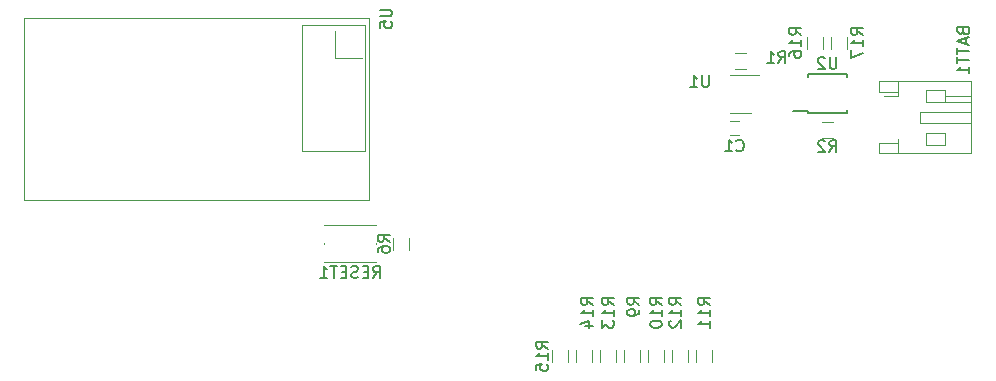
<source format=gbr>
G04 #@! TF.FileFunction,Legend,Bot*
%FSLAX46Y46*%
G04 Gerber Fmt 4.6, Leading zero omitted, Abs format (unit mm)*
G04 Created by KiCad (PCBNEW 4.0.5) date 03/21/17 19:18:11*
%MOMM*%
%LPD*%
G01*
G04 APERTURE LIST*
%ADD10C,0.100000*%
%ADD11C,0.120000*%
%ADD12C,0.150000*%
G04 APERTURE END LIST*
D10*
D11*
X99218000Y-154651000D02*
X99918000Y-154651000D01*
X99918000Y-153451000D02*
X99218000Y-153451000D01*
X119634000Y-152646000D02*
X115284000Y-152646000D01*
X115284000Y-152646000D02*
X115284000Y-153646000D01*
X115284000Y-153646000D02*
X119634000Y-153646000D01*
X113434000Y-151346000D02*
X113434000Y-150996000D01*
X113434000Y-150996000D02*
X111834000Y-150996000D01*
X111834000Y-150996000D02*
X111834000Y-150096000D01*
X111834000Y-150096000D02*
X119634000Y-150096000D01*
X119634000Y-150096000D02*
X119634000Y-156196000D01*
X119634000Y-156196000D02*
X111834000Y-156196000D01*
X111834000Y-156196000D02*
X111834000Y-155296000D01*
X111834000Y-155296000D02*
X113434000Y-155296000D01*
X113434000Y-155296000D02*
X113434000Y-154946000D01*
X113434000Y-150096000D02*
X113434000Y-150996000D01*
X113434000Y-156196000D02*
X113434000Y-155296000D01*
X115784000Y-150846000D02*
X117384000Y-150846000D01*
X117384000Y-150846000D02*
X117384000Y-151846000D01*
X117384000Y-151846000D02*
X115784000Y-151846000D01*
X115784000Y-151846000D02*
X115784000Y-150846000D01*
X115784000Y-155446000D02*
X117384000Y-155446000D01*
X117384000Y-155446000D02*
X117384000Y-154446000D01*
X117384000Y-154446000D02*
X115784000Y-154446000D01*
X115784000Y-154446000D02*
X115784000Y-155446000D01*
X117384000Y-151846000D02*
X119634000Y-151846000D01*
X117384000Y-151346000D02*
X119634000Y-151346000D01*
X113434000Y-151346000D02*
X112234000Y-151346000D01*
X100576000Y-147656000D02*
X99576000Y-147656000D01*
X99576000Y-149016000D02*
X100576000Y-149016000D01*
X107942000Y-153498000D02*
X106942000Y-153498000D01*
X106942000Y-154858000D02*
X107942000Y-154858000D01*
X72054000Y-164330000D02*
X72054000Y-163330000D01*
X70694000Y-163330000D02*
X70694000Y-164330000D01*
X90252000Y-172855000D02*
X90252000Y-173855000D01*
X91612000Y-173855000D02*
X91612000Y-172855000D01*
X92284000Y-172855000D02*
X92284000Y-173855000D01*
X93644000Y-173855000D02*
X93644000Y-172855000D01*
X96348000Y-172855000D02*
X96348000Y-173855000D01*
X97708000Y-173855000D02*
X97708000Y-172855000D01*
X94316000Y-172855000D02*
X94316000Y-173855000D01*
X95676000Y-173855000D02*
X95676000Y-172855000D01*
X88220000Y-172855000D02*
X88220000Y-173855000D01*
X89580000Y-173855000D02*
X89580000Y-172855000D01*
X86188000Y-172855000D02*
X86188000Y-173855000D01*
X87548000Y-173855000D02*
X87548000Y-172855000D01*
X84156000Y-172855000D02*
X84156000Y-173855000D01*
X85516000Y-173855000D02*
X85516000Y-172855000D01*
X105746000Y-146312000D02*
X105746000Y-147312000D01*
X107106000Y-147312000D02*
X107106000Y-146312000D01*
X107778000Y-146312000D02*
X107778000Y-147312000D01*
X109138000Y-147312000D02*
X109138000Y-146312000D01*
X69256000Y-163780000D02*
X69256000Y-163880000D01*
X64856000Y-162280000D02*
X69256000Y-162280000D01*
X69256000Y-165380000D02*
X64856000Y-165380000D01*
X64856000Y-163780000D02*
X64856000Y-163880000D01*
X100976000Y-152740000D02*
X99176000Y-152740000D01*
X99176000Y-149520000D02*
X101626000Y-149520000D01*
D12*
X105767000Y-152805000D02*
X105767000Y-152630000D01*
X109117000Y-152805000D02*
X109117000Y-152555000D01*
X109117000Y-149455000D02*
X109117000Y-149705000D01*
X105767000Y-149455000D02*
X105767000Y-149705000D01*
X105767000Y-152805000D02*
X109117000Y-152805000D01*
X105767000Y-149455000D02*
X109117000Y-149455000D01*
X105767000Y-152630000D02*
X104517000Y-152630000D01*
D11*
X68326000Y-145288000D02*
X62992000Y-145288000D01*
X62992000Y-145288000D02*
X62992000Y-155956000D01*
X62992000Y-155956000D02*
X68326000Y-155956000D01*
X68326000Y-155956000D02*
X68326000Y-155956000D01*
X65786000Y-145796000D02*
X65786000Y-148082000D01*
X65786000Y-148082000D02*
X68072000Y-148082000D01*
X68072000Y-148082000D02*
X68072000Y-148082000D01*
X68656000Y-144712000D02*
X39456000Y-144712000D01*
X39456000Y-144712000D02*
X39456000Y-160162000D01*
X39456000Y-160162000D02*
X68656000Y-160162000D01*
X68656000Y-160162000D02*
X68656000Y-144712000D01*
X68656000Y-144712000D02*
X68656000Y-144712000D01*
X68326000Y-155956000D02*
X68326000Y-145288000D01*
X68326000Y-145288000D02*
X68326000Y-145288000D01*
D12*
X99734666Y-155932143D02*
X99782285Y-155979762D01*
X99925142Y-156027381D01*
X100020380Y-156027381D01*
X100163238Y-155979762D01*
X100258476Y-155884524D01*
X100306095Y-155789286D01*
X100353714Y-155598810D01*
X100353714Y-155455952D01*
X100306095Y-155265476D01*
X100258476Y-155170238D01*
X100163238Y-155075000D01*
X100020380Y-155027381D01*
X99925142Y-155027381D01*
X99782285Y-155075000D01*
X99734666Y-155122619D01*
X98782285Y-156027381D02*
X99353714Y-156027381D01*
X99068000Y-156027381D02*
X99068000Y-155027381D01*
X99163238Y-155170238D01*
X99258476Y-155265476D01*
X99353714Y-155313095D01*
X118927571Y-145851762D02*
X118975190Y-145994619D01*
X119022810Y-146042238D01*
X119118048Y-146089857D01*
X119260905Y-146089857D01*
X119356143Y-146042238D01*
X119403762Y-145994619D01*
X119451381Y-145899381D01*
X119451381Y-145518428D01*
X118451381Y-145518428D01*
X118451381Y-145851762D01*
X118499000Y-145947000D01*
X118546619Y-145994619D01*
X118641857Y-146042238D01*
X118737095Y-146042238D01*
X118832333Y-145994619D01*
X118879952Y-145947000D01*
X118927571Y-145851762D01*
X118927571Y-145518428D01*
X119165667Y-146470809D02*
X119165667Y-146947000D01*
X119451381Y-146375571D02*
X118451381Y-146708904D01*
X119451381Y-147042238D01*
X118451381Y-147232714D02*
X118451381Y-147804143D01*
X119451381Y-147518428D02*
X118451381Y-147518428D01*
X118451381Y-147994619D02*
X118451381Y-148566048D01*
X119451381Y-148280333D02*
X118451381Y-148280333D01*
X119451381Y-149423191D02*
X119451381Y-148851762D01*
X119451381Y-149137476D02*
X118451381Y-149137476D01*
X118594238Y-149042238D01*
X118689476Y-148947000D01*
X118737095Y-148851762D01*
X103290666Y-148534381D02*
X103624000Y-148058190D01*
X103862095Y-148534381D02*
X103862095Y-147534381D01*
X103481142Y-147534381D01*
X103385904Y-147582000D01*
X103338285Y-147629619D01*
X103290666Y-147724857D01*
X103290666Y-147867714D01*
X103338285Y-147962952D01*
X103385904Y-148010571D01*
X103481142Y-148058190D01*
X103862095Y-148058190D01*
X102338285Y-148534381D02*
X102909714Y-148534381D01*
X102624000Y-148534381D02*
X102624000Y-147534381D01*
X102719238Y-147677238D01*
X102814476Y-147772476D01*
X102909714Y-147820095D01*
X107608666Y-156080381D02*
X107942000Y-155604190D01*
X108180095Y-156080381D02*
X108180095Y-155080381D01*
X107799142Y-155080381D01*
X107703904Y-155128000D01*
X107656285Y-155175619D01*
X107608666Y-155270857D01*
X107608666Y-155413714D01*
X107656285Y-155508952D01*
X107703904Y-155556571D01*
X107799142Y-155604190D01*
X108180095Y-155604190D01*
X107227714Y-155175619D02*
X107180095Y-155128000D01*
X107084857Y-155080381D01*
X106846761Y-155080381D01*
X106751523Y-155128000D01*
X106703904Y-155175619D01*
X106656285Y-155270857D01*
X106656285Y-155366095D01*
X106703904Y-155508952D01*
X107275333Y-156080381D01*
X106656285Y-156080381D01*
X70376381Y-163663334D02*
X69900190Y-163330000D01*
X70376381Y-163091905D02*
X69376381Y-163091905D01*
X69376381Y-163472858D01*
X69424000Y-163568096D01*
X69471619Y-163615715D01*
X69566857Y-163663334D01*
X69709714Y-163663334D01*
X69804952Y-163615715D01*
X69852571Y-163568096D01*
X69900190Y-163472858D01*
X69900190Y-163091905D01*
X69376381Y-164520477D02*
X69376381Y-164330000D01*
X69424000Y-164234762D01*
X69471619Y-164187143D01*
X69614476Y-164091905D01*
X69804952Y-164044286D01*
X70185905Y-164044286D01*
X70281143Y-164091905D01*
X70328762Y-164139524D01*
X70376381Y-164234762D01*
X70376381Y-164425239D01*
X70328762Y-164520477D01*
X70281143Y-164568096D01*
X70185905Y-164615715D01*
X69947810Y-164615715D01*
X69852571Y-164568096D01*
X69804952Y-164520477D01*
X69757333Y-164425239D01*
X69757333Y-164234762D01*
X69804952Y-164139524D01*
X69852571Y-164091905D01*
X69947810Y-164044286D01*
X91511381Y-168997334D02*
X91035190Y-168664000D01*
X91511381Y-168425905D02*
X90511381Y-168425905D01*
X90511381Y-168806858D01*
X90559000Y-168902096D01*
X90606619Y-168949715D01*
X90701857Y-168997334D01*
X90844714Y-168997334D01*
X90939952Y-168949715D01*
X90987571Y-168902096D01*
X91035190Y-168806858D01*
X91035190Y-168425905D01*
X91511381Y-169473524D02*
X91511381Y-169664000D01*
X91463762Y-169759239D01*
X91416143Y-169806858D01*
X91273286Y-169902096D01*
X91082810Y-169949715D01*
X90701857Y-169949715D01*
X90606619Y-169902096D01*
X90559000Y-169854477D01*
X90511381Y-169759239D01*
X90511381Y-169568762D01*
X90559000Y-169473524D01*
X90606619Y-169425905D01*
X90701857Y-169378286D01*
X90939952Y-169378286D01*
X91035190Y-169425905D01*
X91082810Y-169473524D01*
X91130429Y-169568762D01*
X91130429Y-169759239D01*
X91082810Y-169854477D01*
X91035190Y-169902096D01*
X90939952Y-169949715D01*
X93416381Y-169029143D02*
X92940190Y-168695809D01*
X93416381Y-168457714D02*
X92416381Y-168457714D01*
X92416381Y-168838667D01*
X92464000Y-168933905D01*
X92511619Y-168981524D01*
X92606857Y-169029143D01*
X92749714Y-169029143D01*
X92844952Y-168981524D01*
X92892571Y-168933905D01*
X92940190Y-168838667D01*
X92940190Y-168457714D01*
X93416381Y-169981524D02*
X93416381Y-169410095D01*
X93416381Y-169695809D02*
X92416381Y-169695809D01*
X92559238Y-169600571D01*
X92654476Y-169505333D01*
X92702095Y-169410095D01*
X92416381Y-170600571D02*
X92416381Y-170695810D01*
X92464000Y-170791048D01*
X92511619Y-170838667D01*
X92606857Y-170886286D01*
X92797333Y-170933905D01*
X93035429Y-170933905D01*
X93225905Y-170886286D01*
X93321143Y-170838667D01*
X93368762Y-170791048D01*
X93416381Y-170695810D01*
X93416381Y-170600571D01*
X93368762Y-170505333D01*
X93321143Y-170457714D01*
X93225905Y-170410095D01*
X93035429Y-170362476D01*
X92797333Y-170362476D01*
X92606857Y-170410095D01*
X92511619Y-170457714D01*
X92464000Y-170505333D01*
X92416381Y-170600571D01*
X97480381Y-169029143D02*
X97004190Y-168695809D01*
X97480381Y-168457714D02*
X96480381Y-168457714D01*
X96480381Y-168838667D01*
X96528000Y-168933905D01*
X96575619Y-168981524D01*
X96670857Y-169029143D01*
X96813714Y-169029143D01*
X96908952Y-168981524D01*
X96956571Y-168933905D01*
X97004190Y-168838667D01*
X97004190Y-168457714D01*
X97480381Y-169981524D02*
X97480381Y-169410095D01*
X97480381Y-169695809D02*
X96480381Y-169695809D01*
X96623238Y-169600571D01*
X96718476Y-169505333D01*
X96766095Y-169410095D01*
X97480381Y-170933905D02*
X97480381Y-170362476D01*
X97480381Y-170648190D02*
X96480381Y-170648190D01*
X96623238Y-170552952D01*
X96718476Y-170457714D01*
X96766095Y-170362476D01*
X95067381Y-169029143D02*
X94591190Y-168695809D01*
X95067381Y-168457714D02*
X94067381Y-168457714D01*
X94067381Y-168838667D01*
X94115000Y-168933905D01*
X94162619Y-168981524D01*
X94257857Y-169029143D01*
X94400714Y-169029143D01*
X94495952Y-168981524D01*
X94543571Y-168933905D01*
X94591190Y-168838667D01*
X94591190Y-168457714D01*
X95067381Y-169981524D02*
X95067381Y-169410095D01*
X95067381Y-169695809D02*
X94067381Y-169695809D01*
X94210238Y-169600571D01*
X94305476Y-169505333D01*
X94353095Y-169410095D01*
X94162619Y-170362476D02*
X94115000Y-170410095D01*
X94067381Y-170505333D01*
X94067381Y-170743429D01*
X94115000Y-170838667D01*
X94162619Y-170886286D01*
X94257857Y-170933905D01*
X94353095Y-170933905D01*
X94495952Y-170886286D01*
X95067381Y-170314857D01*
X95067381Y-170933905D01*
X89352381Y-169029143D02*
X88876190Y-168695809D01*
X89352381Y-168457714D02*
X88352381Y-168457714D01*
X88352381Y-168838667D01*
X88400000Y-168933905D01*
X88447619Y-168981524D01*
X88542857Y-169029143D01*
X88685714Y-169029143D01*
X88780952Y-168981524D01*
X88828571Y-168933905D01*
X88876190Y-168838667D01*
X88876190Y-168457714D01*
X89352381Y-169981524D02*
X89352381Y-169410095D01*
X89352381Y-169695809D02*
X88352381Y-169695809D01*
X88495238Y-169600571D01*
X88590476Y-169505333D01*
X88638095Y-169410095D01*
X88352381Y-170314857D02*
X88352381Y-170933905D01*
X88733333Y-170600571D01*
X88733333Y-170743429D01*
X88780952Y-170838667D01*
X88828571Y-170886286D01*
X88923810Y-170933905D01*
X89161905Y-170933905D01*
X89257143Y-170886286D01*
X89304762Y-170838667D01*
X89352381Y-170743429D01*
X89352381Y-170457714D01*
X89304762Y-170362476D01*
X89257143Y-170314857D01*
X87574381Y-169029143D02*
X87098190Y-168695809D01*
X87574381Y-168457714D02*
X86574381Y-168457714D01*
X86574381Y-168838667D01*
X86622000Y-168933905D01*
X86669619Y-168981524D01*
X86764857Y-169029143D01*
X86907714Y-169029143D01*
X87002952Y-168981524D01*
X87050571Y-168933905D01*
X87098190Y-168838667D01*
X87098190Y-168457714D01*
X87574381Y-169981524D02*
X87574381Y-169410095D01*
X87574381Y-169695809D02*
X86574381Y-169695809D01*
X86717238Y-169600571D01*
X86812476Y-169505333D01*
X86860095Y-169410095D01*
X86907714Y-170838667D02*
X87574381Y-170838667D01*
X86526762Y-170600571D02*
X87241048Y-170362476D01*
X87241048Y-170981524D01*
X83764381Y-172712143D02*
X83288190Y-172378809D01*
X83764381Y-172140714D02*
X82764381Y-172140714D01*
X82764381Y-172521667D01*
X82812000Y-172616905D01*
X82859619Y-172664524D01*
X82954857Y-172712143D01*
X83097714Y-172712143D01*
X83192952Y-172664524D01*
X83240571Y-172616905D01*
X83288190Y-172521667D01*
X83288190Y-172140714D01*
X83764381Y-173664524D02*
X83764381Y-173093095D01*
X83764381Y-173378809D02*
X82764381Y-173378809D01*
X82907238Y-173283571D01*
X83002476Y-173188333D01*
X83050095Y-173093095D01*
X82764381Y-174569286D02*
X82764381Y-174093095D01*
X83240571Y-174045476D01*
X83192952Y-174093095D01*
X83145333Y-174188333D01*
X83145333Y-174426429D01*
X83192952Y-174521667D01*
X83240571Y-174569286D01*
X83335810Y-174616905D01*
X83573905Y-174616905D01*
X83669143Y-174569286D01*
X83716762Y-174521667D01*
X83764381Y-174426429D01*
X83764381Y-174188333D01*
X83716762Y-174093095D01*
X83669143Y-174045476D01*
X105227381Y-146169143D02*
X104751190Y-145835809D01*
X105227381Y-145597714D02*
X104227381Y-145597714D01*
X104227381Y-145978667D01*
X104275000Y-146073905D01*
X104322619Y-146121524D01*
X104417857Y-146169143D01*
X104560714Y-146169143D01*
X104655952Y-146121524D01*
X104703571Y-146073905D01*
X104751190Y-145978667D01*
X104751190Y-145597714D01*
X105227381Y-147121524D02*
X105227381Y-146550095D01*
X105227381Y-146835809D02*
X104227381Y-146835809D01*
X104370238Y-146740571D01*
X104465476Y-146645333D01*
X104513095Y-146550095D01*
X104227381Y-147978667D02*
X104227381Y-147788190D01*
X104275000Y-147692952D01*
X104322619Y-147645333D01*
X104465476Y-147550095D01*
X104655952Y-147502476D01*
X105036905Y-147502476D01*
X105132143Y-147550095D01*
X105179762Y-147597714D01*
X105227381Y-147692952D01*
X105227381Y-147883429D01*
X105179762Y-147978667D01*
X105132143Y-148026286D01*
X105036905Y-148073905D01*
X104798810Y-148073905D01*
X104703571Y-148026286D01*
X104655952Y-147978667D01*
X104608333Y-147883429D01*
X104608333Y-147692952D01*
X104655952Y-147597714D01*
X104703571Y-147550095D01*
X104798810Y-147502476D01*
X110434381Y-146169143D02*
X109958190Y-145835809D01*
X110434381Y-145597714D02*
X109434381Y-145597714D01*
X109434381Y-145978667D01*
X109482000Y-146073905D01*
X109529619Y-146121524D01*
X109624857Y-146169143D01*
X109767714Y-146169143D01*
X109862952Y-146121524D01*
X109910571Y-146073905D01*
X109958190Y-145978667D01*
X109958190Y-145597714D01*
X110434381Y-147121524D02*
X110434381Y-146550095D01*
X110434381Y-146835809D02*
X109434381Y-146835809D01*
X109577238Y-146740571D01*
X109672476Y-146645333D01*
X109720095Y-146550095D01*
X109434381Y-147454857D02*
X109434381Y-148121524D01*
X110434381Y-147692952D01*
X68984571Y-166732381D02*
X69317905Y-166256190D01*
X69556000Y-166732381D02*
X69556000Y-165732381D01*
X69175047Y-165732381D01*
X69079809Y-165780000D01*
X69032190Y-165827619D01*
X68984571Y-165922857D01*
X68984571Y-166065714D01*
X69032190Y-166160952D01*
X69079809Y-166208571D01*
X69175047Y-166256190D01*
X69556000Y-166256190D01*
X68556000Y-166208571D02*
X68222666Y-166208571D01*
X68079809Y-166732381D02*
X68556000Y-166732381D01*
X68556000Y-165732381D01*
X68079809Y-165732381D01*
X67698857Y-166684762D02*
X67556000Y-166732381D01*
X67317904Y-166732381D01*
X67222666Y-166684762D01*
X67175047Y-166637143D01*
X67127428Y-166541905D01*
X67127428Y-166446667D01*
X67175047Y-166351429D01*
X67222666Y-166303810D01*
X67317904Y-166256190D01*
X67508381Y-166208571D01*
X67603619Y-166160952D01*
X67651238Y-166113333D01*
X67698857Y-166018095D01*
X67698857Y-165922857D01*
X67651238Y-165827619D01*
X67603619Y-165780000D01*
X67508381Y-165732381D01*
X67270285Y-165732381D01*
X67127428Y-165780000D01*
X66698857Y-166208571D02*
X66365523Y-166208571D01*
X66222666Y-166732381D02*
X66698857Y-166732381D01*
X66698857Y-165732381D01*
X66222666Y-165732381D01*
X65936952Y-165732381D02*
X65365523Y-165732381D01*
X65651238Y-166732381D02*
X65651238Y-165732381D01*
X64508380Y-166732381D02*
X65079809Y-166732381D01*
X64794095Y-166732381D02*
X64794095Y-165732381D01*
X64889333Y-165875238D01*
X64984571Y-165970476D01*
X65079809Y-166018095D01*
X97408905Y-149566381D02*
X97408905Y-150375905D01*
X97361286Y-150471143D01*
X97313667Y-150518762D01*
X97218429Y-150566381D01*
X97027952Y-150566381D01*
X96932714Y-150518762D01*
X96885095Y-150471143D01*
X96837476Y-150375905D01*
X96837476Y-149566381D01*
X95837476Y-150566381D02*
X96408905Y-150566381D01*
X96123191Y-150566381D02*
X96123191Y-149566381D01*
X96218429Y-149709238D01*
X96313667Y-149804476D01*
X96408905Y-149852095D01*
X108203905Y-148042381D02*
X108203905Y-148851905D01*
X108156286Y-148947143D01*
X108108667Y-148994762D01*
X108013429Y-149042381D01*
X107822952Y-149042381D01*
X107727714Y-148994762D01*
X107680095Y-148947143D01*
X107632476Y-148851905D01*
X107632476Y-148042381D01*
X107203905Y-148137619D02*
X107156286Y-148090000D01*
X107061048Y-148042381D01*
X106822952Y-148042381D01*
X106727714Y-148090000D01*
X106680095Y-148137619D01*
X106632476Y-148232857D01*
X106632476Y-148328095D01*
X106680095Y-148470952D01*
X107251524Y-149042381D01*
X106632476Y-149042381D01*
X69556381Y-144018095D02*
X70365905Y-144018095D01*
X70461143Y-144065714D01*
X70508762Y-144113333D01*
X70556381Y-144208571D01*
X70556381Y-144399048D01*
X70508762Y-144494286D01*
X70461143Y-144541905D01*
X70365905Y-144589524D01*
X69556381Y-144589524D01*
X69556381Y-145541905D02*
X69556381Y-145065714D01*
X70032571Y-145018095D01*
X69984952Y-145065714D01*
X69937333Y-145160952D01*
X69937333Y-145399048D01*
X69984952Y-145494286D01*
X70032571Y-145541905D01*
X70127810Y-145589524D01*
X70365905Y-145589524D01*
X70461143Y-145541905D01*
X70508762Y-145494286D01*
X70556381Y-145399048D01*
X70556381Y-145160952D01*
X70508762Y-145065714D01*
X70461143Y-145018095D01*
M02*

</source>
